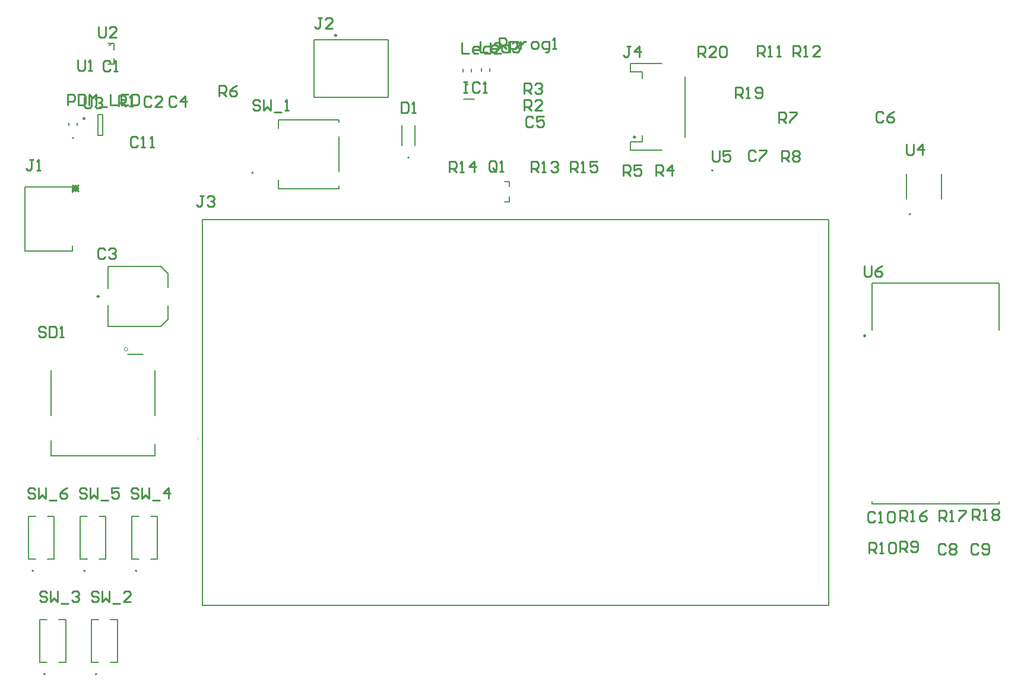
<source format=gto>
G04*
G04 #@! TF.GenerationSoftware,Altium Limited,Altium Designer,25.6.2 (33)*
G04*
G04 Layer_Color=65535*
%FSLAX44Y44*%
%MOMM*%
G71*
G04*
G04 #@! TF.SameCoordinates,8FAB441B-F1FE-446A-B751-D3DFCEB5FBC4*
G04*
G04*
G04 #@! TF.FilePolarity,Positive*
G04*
G01*
G75*
%ADD10C,0.2000*%
%ADD11C,0.2500*%
%ADD12C,0.1524*%
%ADD13C,0.0000*%
%ADD14C,0.1000*%
%ADD15C,0.1270*%
%ADD16C,0.2032*%
%ADD17C,0.2644*%
%ADD18C,0.2540*%
D10*
X865870Y1038810D02*
G03*
X865870Y1038810I-1000J0D01*
G01*
X643440Y1017270D02*
G03*
X643440Y1017270I-1000J0D01*
G01*
X976360Y1144480D02*
G03*
X976360Y1144480I-1000J0D01*
G01*
X949690Y1143210D02*
G03*
X949690Y1143210I-1000J0D01*
G01*
X387426Y1066844D02*
G03*
X387426Y1066844I-1000J0D01*
G01*
X1581200Y958220D02*
G03*
X1581200Y958220I-1000J0D01*
G01*
X1299130Y1020530D02*
G03*
X1299130Y1020530I-1000J0D01*
G01*
X477596Y449370D02*
G03*
X477596Y449370I-1000J0D01*
G01*
X403936D02*
G03*
X403936Y449370I-1000J0D01*
G01*
X330276D02*
G03*
X330276Y449370I-1000J0D01*
G01*
X420446Y302050D02*
G03*
X420446Y302050I-1000J0D01*
G01*
X346786D02*
G03*
X346786Y302050I-1000J0D01*
G01*
X730130Y1124860D02*
Y1206860D01*
X836130D01*
Y1124860D02*
Y1206860D01*
X730130Y1124860D02*
X836130D01*
X943600Y1122060D02*
X958850D01*
X969360Y1162480D02*
Y1166480D01*
X981360Y1162480D02*
Y1166480D01*
X942690Y1161210D02*
Y1165210D01*
X954690Y1161210D02*
Y1165210D01*
X436810Y883240D02*
X511810D01*
X436810Y798240D02*
X511810D01*
X521810Y808240D01*
X511810Y883240D02*
X521810Y873240D01*
Y853740D02*
Y873240D01*
Y808240D02*
Y827740D01*
X436810Y852490D02*
Y883240D01*
Y798240D02*
Y828990D01*
X380426Y1084844D02*
Y1088844D01*
X392426Y1084844D02*
Y1088844D01*
X422272Y1070360D02*
Y1100360D01*
Y1070360D02*
X429272D01*
Y1100360D01*
X422272D02*
X429272D01*
X570990Y400440D02*
Y950840D01*
X1463990D01*
Y400440D02*
Y950840D01*
X570990Y400440D02*
X1463990D01*
X1526120Y859760D02*
X1707120D01*
Y544760D02*
Y548010D01*
Y793110D02*
Y859760D01*
X1526120Y544760D02*
X1707120D01*
X1526120D02*
Y548010D01*
Y793110D02*
Y859760D01*
X1198470Y1061250D02*
Y1070750D01*
X1181470Y1049750D02*
X1226470D01*
X1181470Y1061250D02*
X1198470D01*
X1181470Y1049750D02*
Y1061250D01*
X1259470Y1068250D02*
Y1154250D01*
X1181470Y1161250D02*
X1198470D01*
X1181470D02*
Y1172750D01*
X1226470D01*
X1198470Y1151750D02*
Y1161250D01*
X1008530Y997850D02*
Y1005100D01*
X1002030D02*
X1008530D01*
Y976100D02*
Y983350D01*
X1002030Y976100D02*
X1008530D01*
D11*
X762380Y1213360D02*
G03*
X762380Y1213360I-1250J0D01*
G01*
X423560Y840740D02*
G03*
X423560Y840740I-1250J0D01*
G01*
X403522Y1094860D02*
G03*
X403522Y1094860I-1250J0D01*
G01*
X1516870Y784860D02*
G03*
X1516870Y784860I-1250J0D01*
G01*
X1188720Y1068250D02*
G03*
X1188720Y1068250I-1250J0D01*
G01*
D12*
X437885Y1198881D02*
G03*
X441198Y1201917I266J3036D01*
G01*
X436626Y1201928D02*
X441198D01*
X445262D01*
Y1171956D02*
Y1180846D01*
X436626Y1171956D02*
X445262D01*
Y1193038D02*
Y1201928D01*
X385572Y989584D02*
Y997204D01*
X318008D02*
X385572D01*
Y905256D02*
Y912876D01*
X318008Y905256D02*
X385572D01*
X318008D02*
Y997204D01*
D13*
X464757Y765645D02*
G03*
X464757Y765645I-2540J0D01*
G01*
D14*
X565990Y637540D02*
G03*
X564990Y637540I-500J0D01*
G01*
D02*
G03*
X565990Y637540I500J0D01*
G01*
D15*
X855370Y1056360D02*
X855820D01*
X873920D02*
X874370D01*
X855370Y1084860D02*
X855820D01*
X873920D02*
X874370D01*
Y1056360D02*
Y1084860D01*
X855370Y1056360D02*
Y1084860D01*
X679630Y1092940D02*
X765630D01*
X679630Y994940D02*
X765630D01*
Y1089140D02*
Y1092940D01*
Y1019140D02*
Y1068740D01*
Y994940D02*
Y998740D01*
X679630Y1080540D02*
Y1092940D01*
Y994940D02*
Y1007340D01*
X1625200Y980420D02*
Y1016020D01*
X1575200Y980420D02*
Y1016020D01*
X497196Y527070D02*
X507196D01*
Y466070D02*
Y527070D01*
X497196Y466070D02*
X507196D01*
X470196Y527070D02*
X480196D01*
X470196Y466070D02*
Y527070D01*
Y466070D02*
X480196D01*
X423536Y527070D02*
X433536D01*
Y466070D02*
Y527070D01*
X423536Y466070D02*
X433536D01*
X396536Y527070D02*
X406536D01*
X396536Y466070D02*
Y527070D01*
Y466070D02*
X406536D01*
X349876Y527070D02*
X359876D01*
Y466070D02*
Y527070D01*
X349876Y466070D02*
X359876D01*
X322876Y527070D02*
X332876D01*
X322876Y466070D02*
Y527070D01*
Y466070D02*
X332876D01*
X440046Y379750D02*
X450046D01*
Y318750D02*
Y379750D01*
X440046Y318750D02*
X450046D01*
X413046Y379750D02*
X423046D01*
X413046Y318750D02*
Y379750D01*
Y318750D02*
X423046D01*
X366386Y379750D02*
X376386D01*
Y318750D02*
Y379750D01*
X366386Y318750D02*
X376386D01*
X339386Y379750D02*
X349386D01*
X339386Y318750D02*
Y379750D01*
Y318750D02*
X349386D01*
D16*
X355260Y670800D02*
Y735800D01*
Y635800D02*
X355270Y613300D01*
X503250Y613173D01*
X503260Y630800D01*
Y670800D02*
Y735800D01*
X464260Y758300D02*
X486640D01*
D17*
X393866Y999998D02*
X385402Y991534D01*
Y999998D02*
X393866Y991534D01*
X389634Y999998D02*
Y991534D01*
X385402Y995766D02*
X393866D01*
D18*
X855218Y1118103D02*
Y1102868D01*
X862835D01*
X865375Y1105407D01*
Y1115564D01*
X862835Y1118103D01*
X855218D01*
X870453Y1102868D02*
X875531D01*
X872992D01*
Y1118103D01*
X870453Y1115564D01*
X1515618Y884677D02*
Y871981D01*
X1518157Y869442D01*
X1523235D01*
X1525775Y871981D01*
Y884677D01*
X1541010D02*
X1535931Y882138D01*
X1530853Y877059D01*
Y871981D01*
X1533392Y869442D01*
X1538471D01*
X1541010Y871981D01*
Y874520D01*
X1538471Y877059D01*
X1530853D01*
X1298702Y1049015D02*
Y1036319D01*
X1301241Y1033780D01*
X1306319D01*
X1308859Y1036319D01*
Y1049015D01*
X1324094D02*
X1313937D01*
Y1041397D01*
X1319015Y1043937D01*
X1321555D01*
X1324094Y1041397D01*
Y1036319D01*
X1321555Y1033780D01*
X1316476D01*
X1313937Y1036319D01*
X1575054Y1057905D02*
Y1045209D01*
X1577593Y1042670D01*
X1582672D01*
X1585211Y1045209D01*
Y1057905D01*
X1597907Y1042670D02*
Y1057905D01*
X1590289Y1050287D01*
X1600446D01*
X402277Y1125106D02*
Y1112410D01*
X404816Y1109871D01*
X409894D01*
X412434Y1112410D01*
Y1125106D01*
X417512Y1122567D02*
X420051Y1125106D01*
X425130D01*
X427669Y1122567D01*
Y1120028D01*
X425130Y1117488D01*
X422590D01*
X425130D01*
X427669Y1114949D01*
Y1112410D01*
X425130Y1109871D01*
X420051D01*
X417512Y1112410D01*
X422910Y1225545D02*
Y1212849D01*
X425449Y1210310D01*
X430527D01*
X433067Y1212849D01*
Y1225545D01*
X448302Y1210310D02*
X438145D01*
X448302Y1220467D01*
Y1223006D01*
X445763Y1225545D01*
X440684D01*
X438145Y1223006D01*
X393446Y1178047D02*
Y1165351D01*
X395985Y1162812D01*
X401063D01*
X403603Y1165351D01*
Y1178047D01*
X408681Y1162812D02*
X413759D01*
X411220D01*
Y1178047D01*
X408681Y1175508D01*
X332737Y565146D02*
X330197Y567685D01*
X325119D01*
X322580Y565146D01*
Y562607D01*
X325119Y560067D01*
X330197D01*
X332737Y557528D01*
Y554989D01*
X330197Y552450D01*
X325119D01*
X322580Y554989D01*
X337815Y567685D02*
Y552450D01*
X342893Y557528D01*
X347972Y552450D01*
Y567685D01*
X353050Y549911D02*
X363207D01*
X378442Y567685D02*
X373364Y565146D01*
X368285Y560067D01*
Y554989D01*
X370824Y552450D01*
X375903D01*
X378442Y554989D01*
Y557528D01*
X375903Y560067D01*
X368285D01*
X406397Y565146D02*
X403857Y567685D01*
X398779D01*
X396240Y565146D01*
Y562607D01*
X398779Y560067D01*
X403857D01*
X406397Y557528D01*
Y554989D01*
X403857Y552450D01*
X398779D01*
X396240Y554989D01*
X411475Y567685D02*
Y552450D01*
X416553Y557528D01*
X421632Y552450D01*
Y567685D01*
X426710Y549911D02*
X436867D01*
X452102Y567685D02*
X441945D01*
Y560067D01*
X447024Y562607D01*
X449563D01*
X452102Y560067D01*
Y554989D01*
X449563Y552450D01*
X444484D01*
X441945Y554989D01*
X480057Y565146D02*
X477518Y567685D01*
X472439D01*
X469900Y565146D01*
Y562607D01*
X472439Y560067D01*
X477518D01*
X480057Y557528D01*
Y554989D01*
X477518Y552450D01*
X472439D01*
X469900Y554989D01*
X485135Y567685D02*
Y552450D01*
X490213Y557528D01*
X495292Y552450D01*
Y567685D01*
X500370Y549911D02*
X510527D01*
X523223Y552450D02*
Y567685D01*
X515605Y560067D01*
X525762D01*
X349247Y417826D02*
X346707Y420365D01*
X341629D01*
X339090Y417826D01*
Y415287D01*
X341629Y412747D01*
X346707D01*
X349247Y410208D01*
Y407669D01*
X346707Y405130D01*
X341629D01*
X339090Y407669D01*
X354325Y420365D02*
Y405130D01*
X359403Y410208D01*
X364482Y405130D01*
Y420365D01*
X369560Y402591D02*
X379717D01*
X384795Y417826D02*
X387334Y420365D01*
X392413D01*
X394952Y417826D01*
Y415287D01*
X392413Y412747D01*
X389874D01*
X392413D01*
X394952Y410208D01*
Y407669D01*
X392413Y405130D01*
X387334D01*
X384795Y407669D01*
X422907Y417826D02*
X420368Y420365D01*
X415289D01*
X412750Y417826D01*
Y415287D01*
X415289Y412747D01*
X420368D01*
X422907Y410208D01*
Y407669D01*
X420368Y405130D01*
X415289D01*
X412750Y407669D01*
X427985Y420365D02*
Y405130D01*
X433063Y410208D01*
X438142Y405130D01*
Y420365D01*
X443220Y402591D02*
X453377D01*
X468612Y405130D02*
X458455D01*
X468612Y415287D01*
Y417826D01*
X466073Y420365D01*
X460994D01*
X458455Y417826D01*
X653031Y1118612D02*
X650491Y1121151D01*
X645413D01*
X642874Y1118612D01*
Y1116073D01*
X645413Y1113533D01*
X650491D01*
X653031Y1110994D01*
Y1108455D01*
X650491Y1105916D01*
X645413D01*
X642874Y1108455D01*
X658109Y1121151D02*
Y1105916D01*
X663187Y1110994D01*
X668266Y1105916D01*
Y1121151D01*
X673344Y1103377D02*
X683501D01*
X688579Y1105916D02*
X693658D01*
X691118D01*
Y1121151D01*
X688579Y1118612D01*
X347977Y795524D02*
X345438Y798063D01*
X340359D01*
X337820Y795524D01*
Y792985D01*
X340359Y790445D01*
X345438D01*
X347977Y787906D01*
Y785367D01*
X345438Y782828D01*
X340359D01*
X337820Y785367D01*
X353055Y798063D02*
Y782828D01*
X360673D01*
X363212Y785367D01*
Y795524D01*
X360673Y798063D01*
X353055D01*
X368290Y782828D02*
X373368D01*
X370829D01*
Y798063D01*
X368290Y795524D01*
X994410Y1194562D02*
Y1209797D01*
X1002028D01*
X1004567Y1207258D01*
Y1202179D01*
X1002028Y1199640D01*
X994410D01*
X999488D02*
X1004567Y1194562D01*
X1009645Y1189484D02*
Y1204719D01*
X1017263D01*
X1019802Y1202179D01*
Y1197101D01*
X1017263Y1194562D01*
X1009645D01*
X1024880Y1204719D02*
Y1194562D01*
Y1199640D01*
X1027419Y1202179D01*
X1029958Y1204719D01*
X1032498D01*
X1042654Y1194562D02*
X1047733D01*
X1050272Y1197101D01*
Y1202179D01*
X1047733Y1204719D01*
X1042654D01*
X1040115Y1202179D01*
Y1197101D01*
X1042654Y1194562D01*
X1060429Y1189484D02*
X1062968D01*
X1065507Y1192023D01*
Y1204719D01*
X1057889D01*
X1055350Y1202179D01*
Y1197101D01*
X1057889Y1194562D01*
X1065507D01*
X1070585D02*
X1075664D01*
X1073124D01*
Y1209797D01*
X1070585Y1207258D01*
X1278128Y1182370D02*
Y1197605D01*
X1285746D01*
X1288285Y1195066D01*
Y1189987D01*
X1285746Y1187448D01*
X1278128D01*
X1283206D02*
X1288285Y1182370D01*
X1303520D02*
X1293363D01*
X1303520Y1192527D01*
Y1195066D01*
X1300981Y1197605D01*
X1295902D01*
X1293363Y1195066D01*
X1308598D02*
X1311137Y1197605D01*
X1316216D01*
X1318755Y1195066D01*
Y1184909D01*
X1316216Y1182370D01*
X1311137D01*
X1308598Y1184909D01*
Y1195066D01*
X1331468Y1123950D02*
Y1139185D01*
X1339086D01*
X1341625Y1136646D01*
Y1131568D01*
X1339086Y1129028D01*
X1331468D01*
X1336546D02*
X1341625Y1123950D01*
X1346703D02*
X1351781D01*
X1349242D01*
Y1139185D01*
X1346703Y1136646D01*
X1359399Y1126489D02*
X1361938Y1123950D01*
X1367016D01*
X1369556Y1126489D01*
Y1136646D01*
X1367016Y1139185D01*
X1361938D01*
X1359399Y1136646D01*
Y1134107D01*
X1361938Y1131568D01*
X1369556D01*
X1669288Y521970D02*
Y537205D01*
X1676906D01*
X1679445Y534666D01*
Y529588D01*
X1676906Y527048D01*
X1669288D01*
X1674366D02*
X1679445Y521970D01*
X1684523D02*
X1689601D01*
X1687062D01*
Y537205D01*
X1684523Y534666D01*
X1697219D02*
X1699758Y537205D01*
X1704836D01*
X1707376Y534666D01*
Y532127D01*
X1704836Y529588D01*
X1707376Y527048D01*
Y524509D01*
X1704836Y521970D01*
X1699758D01*
X1697219Y524509D01*
Y527048D01*
X1699758Y529588D01*
X1697219Y532127D01*
Y534666D01*
X1699758Y529588D02*
X1704836D01*
X1622044Y520700D02*
Y535935D01*
X1629662D01*
X1632201Y533396D01*
Y528317D01*
X1629662Y525778D01*
X1622044D01*
X1627122D02*
X1632201Y520700D01*
X1637279D02*
X1642357D01*
X1639818D01*
Y535935D01*
X1637279Y533396D01*
X1649975Y535935D02*
X1660132D01*
Y533396D01*
X1649975Y523239D01*
Y520700D01*
X1566164D02*
Y535935D01*
X1573781D01*
X1576321Y533396D01*
Y528317D01*
X1573781Y525778D01*
X1566164D01*
X1571242D02*
X1576321Y520700D01*
X1581399D02*
X1586477D01*
X1583938D01*
Y535935D01*
X1581399Y533396D01*
X1604252Y535935D02*
X1599173Y533396D01*
X1594095Y528317D01*
Y523239D01*
X1596634Y520700D01*
X1601712D01*
X1604252Y523239D01*
Y525778D01*
X1601712Y528317D01*
X1594095D01*
X1096518Y1018540D02*
Y1033775D01*
X1104136D01*
X1106675Y1031236D01*
Y1026158D01*
X1104136Y1023618D01*
X1096518D01*
X1101596D02*
X1106675Y1018540D01*
X1111753D02*
X1116831D01*
X1114292D01*
Y1033775D01*
X1111753Y1031236D01*
X1134606Y1033775D02*
X1124449D01*
Y1026158D01*
X1129527Y1028697D01*
X1132066D01*
X1134606Y1026158D01*
Y1021079D01*
X1132066Y1018540D01*
X1126988D01*
X1124449Y1021079D01*
X923798Y1018540D02*
Y1033775D01*
X931415D01*
X933955Y1031236D01*
Y1026158D01*
X931415Y1023618D01*
X923798D01*
X928876D02*
X933955Y1018540D01*
X939033D02*
X944111D01*
X941572D01*
Y1033775D01*
X939033Y1031236D01*
X959346Y1018540D02*
Y1033775D01*
X951729Y1026158D01*
X961886D01*
X1040638Y1018540D02*
Y1033775D01*
X1048255D01*
X1050795Y1031236D01*
Y1026158D01*
X1048255Y1023618D01*
X1040638D01*
X1045716D02*
X1050795Y1018540D01*
X1055873D02*
X1060951D01*
X1058412D01*
Y1033775D01*
X1055873Y1031236D01*
X1068569D02*
X1071108Y1033775D01*
X1076187D01*
X1078726Y1031236D01*
Y1028697D01*
X1076187Y1026158D01*
X1073647D01*
X1076187D01*
X1078726Y1023618D01*
Y1021079D01*
X1076187Y1018540D01*
X1071108D01*
X1068569Y1021079D01*
X1414018Y1183640D02*
Y1198875D01*
X1421635D01*
X1424175Y1196336D01*
Y1191257D01*
X1421635Y1188718D01*
X1414018D01*
X1419096D02*
X1424175Y1183640D01*
X1429253D02*
X1434331D01*
X1431792D01*
Y1198875D01*
X1429253Y1196336D01*
X1452106Y1183640D02*
X1441949D01*
X1452106Y1193797D01*
Y1196336D01*
X1449566Y1198875D01*
X1444488D01*
X1441949Y1196336D01*
X1363218Y1183640D02*
Y1198875D01*
X1370836D01*
X1373375Y1196336D01*
Y1191257D01*
X1370836Y1188718D01*
X1363218D01*
X1368296D02*
X1373375Y1183640D01*
X1378453D02*
X1383531D01*
X1380992D01*
Y1198875D01*
X1378453Y1196336D01*
X1391149Y1183640D02*
X1396227D01*
X1393688D01*
Y1198875D01*
X1391149Y1196336D01*
X1521968Y474980D02*
Y490215D01*
X1529586D01*
X1532125Y487676D01*
Y482598D01*
X1529586Y480058D01*
X1521968D01*
X1527046D02*
X1532125Y474980D01*
X1537203D02*
X1542281D01*
X1539742D01*
Y490215D01*
X1537203Y487676D01*
X1549899D02*
X1552438Y490215D01*
X1557516D01*
X1560056Y487676D01*
Y477519D01*
X1557516Y474980D01*
X1552438D01*
X1549899Y477519D01*
Y487676D01*
X1566418Y476250D02*
Y491485D01*
X1574035D01*
X1576575Y488946D01*
Y483867D01*
X1574035Y481328D01*
X1566418D01*
X1571496D02*
X1576575Y476250D01*
X1581653Y478789D02*
X1584192Y476250D01*
X1589271D01*
X1591810Y478789D01*
Y488946D01*
X1589271Y491485D01*
X1584192D01*
X1581653Y488946D01*
Y486407D01*
X1584192Y483867D01*
X1591810D01*
X1397508Y1033780D02*
Y1049015D01*
X1405125D01*
X1407665Y1046476D01*
Y1041397D01*
X1405125Y1038858D01*
X1397508D01*
X1402586D02*
X1407665Y1033780D01*
X1412743Y1046476D02*
X1415282Y1049015D01*
X1420361D01*
X1422900Y1046476D01*
Y1043937D01*
X1420361Y1041397D01*
X1422900Y1038858D01*
Y1036319D01*
X1420361Y1033780D01*
X1415282D01*
X1412743Y1036319D01*
Y1038858D01*
X1415282Y1041397D01*
X1412743Y1043937D01*
Y1046476D01*
X1415282Y1041397D02*
X1420361D01*
X1393698Y1088390D02*
Y1103625D01*
X1401315D01*
X1403855Y1101086D01*
Y1096008D01*
X1401315Y1093468D01*
X1393698D01*
X1398776D02*
X1403855Y1088390D01*
X1408933Y1103625D02*
X1419090D01*
Y1101086D01*
X1408933Y1090929D01*
Y1088390D01*
X594868Y1126490D02*
Y1141725D01*
X602486D01*
X605025Y1139186D01*
Y1134108D01*
X602486Y1131568D01*
X594868D01*
X599946D02*
X605025Y1126490D01*
X620260Y1141725D02*
X615181Y1139186D01*
X610103Y1134108D01*
Y1129029D01*
X612642Y1126490D01*
X617721D01*
X620260Y1129029D01*
Y1131568D01*
X617721Y1134108D01*
X610103D01*
X1171448Y1013460D02*
Y1028695D01*
X1179065D01*
X1181605Y1026156D01*
Y1021077D01*
X1179065Y1018538D01*
X1171448D01*
X1176526D02*
X1181605Y1013460D01*
X1196840Y1028695D02*
X1186683D01*
Y1021077D01*
X1191761Y1023617D01*
X1194301D01*
X1196840Y1021077D01*
Y1015999D01*
X1194301Y1013460D01*
X1189222D01*
X1186683Y1015999D01*
X1218438Y1013460D02*
Y1028695D01*
X1226056D01*
X1228595Y1026156D01*
Y1021077D01*
X1226056Y1018538D01*
X1218438D01*
X1223516D02*
X1228595Y1013460D01*
X1241291D02*
Y1028695D01*
X1233673Y1021077D01*
X1243830D01*
X1030478Y1130300D02*
Y1145535D01*
X1038095D01*
X1040635Y1142996D01*
Y1137917D01*
X1038095Y1135378D01*
X1030478D01*
X1035556D02*
X1040635Y1130300D01*
X1045713Y1142996D02*
X1048252Y1145535D01*
X1053331D01*
X1055870Y1142996D01*
Y1140457D01*
X1053331Y1137917D01*
X1050791D01*
X1053331D01*
X1055870Y1135378D01*
Y1132839D01*
X1053331Y1130300D01*
X1048252D01*
X1045713Y1132839D01*
X1030478Y1106170D02*
Y1121405D01*
X1038095D01*
X1040635Y1118866D01*
Y1113788D01*
X1038095Y1111248D01*
X1030478D01*
X1035556D02*
X1040635Y1106170D01*
X1055870D02*
X1045713D01*
X1055870Y1116327D01*
Y1118866D01*
X1053331Y1121405D01*
X1048252D01*
X1045713Y1118866D01*
X451763Y1112001D02*
Y1127236D01*
X459380D01*
X461920Y1124697D01*
Y1119619D01*
X459380Y1117079D01*
X451763D01*
X456841D02*
X461920Y1112001D01*
X466998D02*
X472076D01*
X469537D01*
Y1127236D01*
X466998Y1124697D01*
X990343Y1021333D02*
Y1031490D01*
X987803Y1034029D01*
X982725D01*
X980186Y1031490D01*
Y1021333D01*
X982725Y1018794D01*
X987803D01*
X985264Y1023872D02*
X990343Y1018794D01*
X987803D02*
X990343Y1021333D01*
X995421Y1018794D02*
X1000499D01*
X997960D01*
Y1034029D01*
X995421Y1031490D01*
X378679Y1114149D02*
Y1129384D01*
X386297D01*
X388836Y1126845D01*
Y1121767D01*
X386297Y1119227D01*
X378679D01*
X393914Y1129384D02*
Y1114149D01*
X401532D01*
X404071Y1116688D01*
Y1126845D01*
X401532Y1129384D01*
X393914D01*
X409149Y1114149D02*
Y1129384D01*
X414227Y1124306D01*
X419306Y1129384D01*
Y1114149D01*
X424384Y1111610D02*
X434541D01*
X439619Y1129384D02*
Y1114149D01*
X449776D01*
X465011Y1129384D02*
X454854D01*
Y1114149D01*
X465011D01*
X454854Y1121767D02*
X459933D01*
X470089Y1129384D02*
Y1114149D01*
X477707D01*
X480246Y1116688D01*
Y1126845D01*
X477707Y1129384D01*
X470089D01*
X967740Y1204463D02*
Y1189228D01*
X977897D01*
X990593D02*
X985514D01*
X982975Y1191767D01*
Y1196845D01*
X985514Y1199385D01*
X990593D01*
X993132Y1196845D01*
Y1194306D01*
X982975D01*
X1008367Y1204463D02*
Y1189228D01*
X1000749D01*
X998210Y1191767D01*
Y1196845D01*
X1000749Y1199385D01*
X1008367D01*
X1013445Y1201924D02*
X1015984Y1204463D01*
X1021063D01*
X1023602Y1201924D01*
Y1199385D01*
X1021063Y1196845D01*
X1018524D01*
X1021063D01*
X1023602Y1194306D01*
Y1191767D01*
X1021063Y1189228D01*
X1015984D01*
X1013445Y1191767D01*
X941070Y1203193D02*
Y1187958D01*
X951227D01*
X963923D02*
X958844D01*
X956305Y1190497D01*
Y1195575D01*
X958844Y1198115D01*
X963923D01*
X966462Y1195575D01*
Y1193036D01*
X956305D01*
X981697Y1203193D02*
Y1187958D01*
X974079D01*
X971540Y1190497D01*
Y1195575D01*
X974079Y1198115D01*
X981697D01*
X996932Y1187958D02*
X986775D01*
X996932Y1198115D01*
Y1200654D01*
X994393Y1203193D01*
X989314D01*
X986775Y1200654D01*
X1181859Y1197859D02*
X1176780D01*
X1179320D01*
Y1185163D01*
X1176780Y1182624D01*
X1174241D01*
X1171702Y1185163D01*
X1194555Y1182624D02*
Y1197859D01*
X1186937Y1190241D01*
X1197094D01*
X573275Y984245D02*
X568196D01*
X570736D01*
Y971549D01*
X568196Y969010D01*
X565657D01*
X563118Y971549D01*
X578353Y981706D02*
X580892Y984245D01*
X585971D01*
X588510Y981706D01*
Y979167D01*
X585971Y976628D01*
X583431D01*
X585971D01*
X588510Y974088D01*
Y971549D01*
X585971Y969010D01*
X580892D01*
X578353Y971549D01*
X741677Y1238753D02*
X736598D01*
X739137D01*
Y1226057D01*
X736598Y1223518D01*
X734059D01*
X731520Y1226057D01*
X756912Y1223518D02*
X746755D01*
X756912Y1233675D01*
Y1236214D01*
X754373Y1238753D01*
X749294D01*
X746755Y1236214D01*
X329943Y1036315D02*
X324864D01*
X327403D01*
Y1023619D01*
X324864Y1021080D01*
X322325D01*
X319786Y1023619D01*
X335021Y1021080D02*
X340099D01*
X337560D01*
Y1036315D01*
X335021Y1033776D01*
X943356Y1147059D02*
X948434D01*
X945895D01*
Y1131824D01*
X943356D01*
X948434D01*
X966209Y1144520D02*
X963669Y1147059D01*
X958591D01*
X956052Y1144520D01*
Y1134363D01*
X958591Y1131824D01*
X963669D01*
X966209Y1134363D01*
X971287Y1131824D02*
X976365D01*
X973826D01*
Y1147059D01*
X971287Y1144520D01*
X479295Y1066288D02*
X476755Y1068827D01*
X471677D01*
X469138Y1066288D01*
Y1056131D01*
X471677Y1053592D01*
X476755D01*
X479295Y1056131D01*
X484373Y1053592D02*
X489451D01*
X486912D01*
Y1068827D01*
X484373Y1066288D01*
X497069Y1053592D02*
X502147D01*
X499608D01*
Y1068827D01*
X497069Y1066288D01*
X1530855Y531618D02*
X1528315Y534157D01*
X1523237D01*
X1520698Y531618D01*
Y521461D01*
X1523237Y518922D01*
X1528315D01*
X1530855Y521461D01*
X1535933Y518922D02*
X1541011D01*
X1538472D01*
Y534157D01*
X1535933Y531618D01*
X1548629D02*
X1551168Y534157D01*
X1556246D01*
X1558786Y531618D01*
Y521461D01*
X1556246Y518922D01*
X1551168D01*
X1548629Y521461D01*
Y531618D01*
X1677921Y485898D02*
X1675381Y488437D01*
X1670303D01*
X1667764Y485898D01*
Y475741D01*
X1670303Y473202D01*
X1675381D01*
X1677921Y475741D01*
X1682999D02*
X1685538Y473202D01*
X1690617D01*
X1693156Y475741D01*
Y485898D01*
X1690617Y488437D01*
X1685538D01*
X1682999Y485898D01*
Y483359D01*
X1685538Y480820D01*
X1693156D01*
X1630931Y485898D02*
X1628392Y488437D01*
X1623313D01*
X1620774Y485898D01*
Y475741D01*
X1623313Y473202D01*
X1628392D01*
X1630931Y475741D01*
X1636009Y485898D02*
X1638548Y488437D01*
X1643627D01*
X1646166Y485898D01*
Y483359D01*
X1643627Y480820D01*
X1646166Y478280D01*
Y475741D01*
X1643627Y473202D01*
X1638548D01*
X1636009Y475741D01*
Y478280D01*
X1638548Y480820D01*
X1636009Y483359D01*
Y485898D01*
X1638548Y480820D02*
X1643627D01*
X1360675Y1047238D02*
X1358136Y1049777D01*
X1353057D01*
X1350518Y1047238D01*
Y1037081D01*
X1353057Y1034542D01*
X1358136D01*
X1360675Y1037081D01*
X1365753Y1049777D02*
X1375910D01*
Y1047238D01*
X1365753Y1037081D01*
Y1034542D01*
X1542285Y1101848D02*
X1539745Y1104387D01*
X1534667D01*
X1532128Y1101848D01*
Y1091691D01*
X1534667Y1089152D01*
X1539745D01*
X1542285Y1091691D01*
X1557520Y1104387D02*
X1552441Y1101848D01*
X1547363Y1096769D01*
Y1091691D01*
X1549902Y1089152D01*
X1554981D01*
X1557520Y1091691D01*
Y1094230D01*
X1554981Y1096769D01*
X1547363D01*
X1043175Y1095498D02*
X1040636Y1098037D01*
X1035557D01*
X1033018Y1095498D01*
Y1085341D01*
X1035557Y1082802D01*
X1040636D01*
X1043175Y1085341D01*
X1058410Y1098037D02*
X1048253D01*
Y1090419D01*
X1053331Y1092959D01*
X1055871D01*
X1058410Y1090419D01*
Y1085341D01*
X1055871Y1082802D01*
X1050792D01*
X1048253Y1085341D01*
X534144Y1124439D02*
X531604Y1126978D01*
X526526D01*
X523987Y1124439D01*
Y1114282D01*
X526526Y1111743D01*
X531604D01*
X534144Y1114282D01*
X546839Y1111743D02*
Y1126978D01*
X539222Y1119361D01*
X549379D01*
X432559Y907030D02*
X430019Y909569D01*
X424941D01*
X422402Y907030D01*
Y896873D01*
X424941Y894334D01*
X430019D01*
X432559Y896873D01*
X437637Y907030D02*
X440176Y909569D01*
X445255D01*
X447794Y907030D01*
Y904491D01*
X445255Y901952D01*
X442715D01*
X445255D01*
X447794Y899412D01*
Y896873D01*
X445255Y894334D01*
X440176D01*
X437637Y896873D01*
X498032Y1124439D02*
X495493Y1126978D01*
X490414D01*
X487875Y1124439D01*
Y1114282D01*
X490414Y1111743D01*
X495493D01*
X498032Y1114282D01*
X513267Y1111743D02*
X503110D01*
X513267Y1121900D01*
Y1124439D01*
X510728Y1126978D01*
X505649D01*
X503110Y1124439D01*
X439671Y1175254D02*
X437132Y1177793D01*
X432053D01*
X429514Y1175254D01*
Y1165097D01*
X432053Y1162558D01*
X437132D01*
X439671Y1165097D01*
X444749Y1162558D02*
X449827D01*
X447288D01*
Y1177793D01*
X444749Y1175254D01*
M02*

</source>
